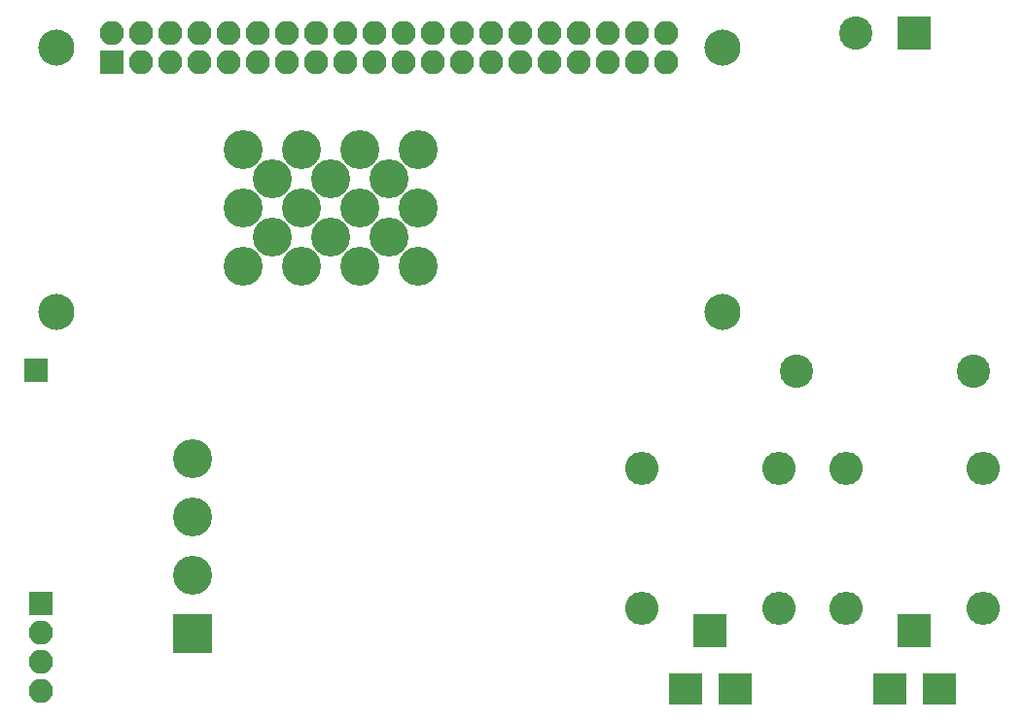
<source format=gts>
G04 #@! TF.FileFunction,Soldermask,Top*
%FSLAX46Y46*%
G04 Gerber Fmt 4.6, Leading zero omitted, Abs format (unit mm)*
G04 Created by KiCad (PCBNEW 4.0.7) date Sunday 11 February 2018 15:57:34*
%MOMM*%
%LPD*%
G01*
G04 APERTURE LIST*
%ADD10C,0.100000*%
%ADD11C,3.400000*%
%ADD12C,3.150000*%
%ADD13R,2.100000X2.100000*%
%ADD14O,2.100000X2.100000*%
%ADD15R,2.900000X2.900000*%
%ADD16O,2.900000X2.900000*%
%ADD17R,2.900000X2.700000*%
%ADD18C,2.900000*%
%ADD19R,3.399740X3.399740*%
%ADD20C,3.399740*%
G04 APERTURE END LIST*
D10*
D11*
X200660000Y-106680000D03*
X200660000Y-116840000D03*
X200660000Y-111760000D03*
X198120000Y-114300000D03*
X198120000Y-109220000D03*
X195580000Y-106680000D03*
X190500000Y-106680000D03*
X185420000Y-106680000D03*
X187960000Y-109220000D03*
X193040000Y-109220000D03*
X195580000Y-111760000D03*
X195580000Y-116840000D03*
X193040000Y-114300000D03*
X190500000Y-111760000D03*
X190500000Y-116840000D03*
X187960000Y-114300000D03*
X185420000Y-111760000D03*
D12*
X227120000Y-120790000D03*
X227120000Y-97790000D03*
X169120000Y-120790000D03*
X169120000Y-97790000D03*
D13*
X173990000Y-99060000D03*
D14*
X173990000Y-96520000D03*
X176530000Y-99060000D03*
X176530000Y-96520000D03*
X179070000Y-99060000D03*
X179070000Y-96520000D03*
X181610000Y-99060000D03*
X181610000Y-96520000D03*
X184150000Y-99060000D03*
X184150000Y-96520000D03*
X186690000Y-99060000D03*
X186690000Y-96520000D03*
X189230000Y-99060000D03*
X189230000Y-96520000D03*
X191770000Y-99060000D03*
X191770000Y-96520000D03*
X194310000Y-99060000D03*
X194310000Y-96520000D03*
X196850000Y-99060000D03*
X196850000Y-96520000D03*
X199390000Y-99060000D03*
X199390000Y-96520000D03*
X201930000Y-99060000D03*
X201930000Y-96520000D03*
X204470000Y-99060000D03*
X204470000Y-96520000D03*
X207010000Y-99060000D03*
X207010000Y-96520000D03*
X209550000Y-99060000D03*
X209550000Y-96520000D03*
X212090000Y-99060000D03*
X212090000Y-96520000D03*
X214630000Y-99060000D03*
X214630000Y-96520000D03*
X217170000Y-99060000D03*
X217170000Y-96520000D03*
X219710000Y-99060000D03*
X219710000Y-96520000D03*
X222250000Y-99060000D03*
X222250000Y-96520000D03*
D12*
X169120000Y-97790000D03*
D11*
X185420000Y-116840000D03*
D15*
X243840000Y-148590000D03*
D16*
X249840000Y-146590000D03*
X249840000Y-134390000D03*
X237840000Y-134390000D03*
X237840000Y-146590000D03*
D17*
X241690000Y-153670000D03*
X245990000Y-153670000D03*
X223910000Y-153670000D03*
X228210000Y-153670000D03*
D15*
X226060000Y-148590000D03*
D16*
X232060000Y-146590000D03*
X232060000Y-134390000D03*
X220060000Y-134390000D03*
X220060000Y-146590000D03*
D15*
X243760000Y-96520000D03*
D18*
X238760000Y-96520000D03*
X248960000Y-125920000D03*
X233560000Y-125920000D03*
D13*
X167767000Y-146177000D03*
D14*
X167767000Y-148717000D03*
X167767000Y-151257000D03*
X167767000Y-153797000D03*
D13*
X167386000Y-125857000D03*
D19*
X180975000Y-148844000D03*
D20*
X180975000Y-143764000D03*
X180975000Y-138684000D03*
X180975000Y-133604000D03*
M02*

</source>
